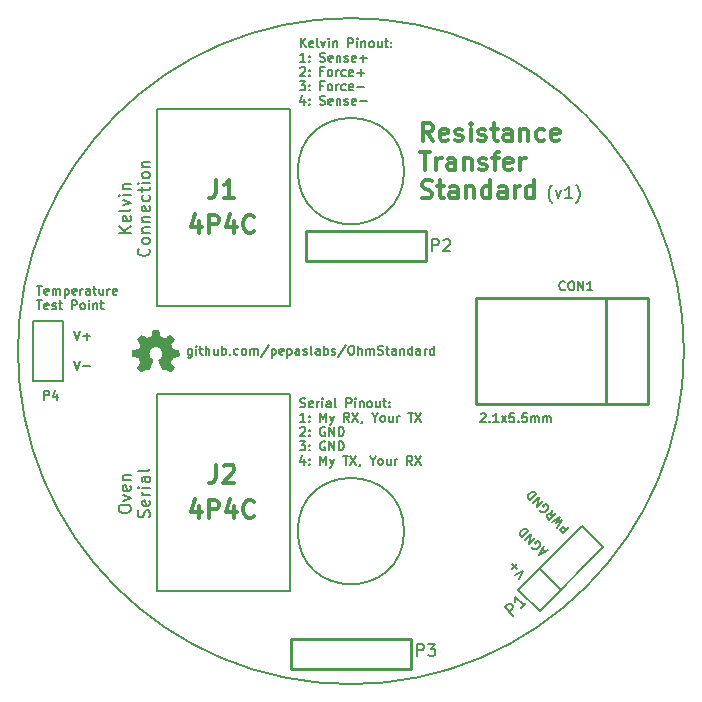
<source format=gto>
G04 (created by PCBNEW (2013-07-07 BZR 4022)-stable) date 6/5/2014 11:35:09 PM*
%MOIN*%
G04 Gerber Fmt 3.4, Leading zero omitted, Abs format*
%FSLAX34Y34*%
G01*
G70*
G90*
G04 APERTURE LIST*
%ADD10C,0.00590551*%
%ADD11C,0.006*%
%ADD12C,0.008*%
%ADD13C,0.012*%
%ADD14C,0.00787402*%
%ADD15C,0.01*%
%ADD16C,0.0001*%
G04 APERTURE END LIST*
G54D10*
G54D11*
X77778Y-67071D02*
X77878Y-67371D01*
X77978Y-67071D01*
X78078Y-67257D02*
X78307Y-67257D01*
X77778Y-66071D02*
X77878Y-66371D01*
X77978Y-66071D01*
X78078Y-66257D02*
X78307Y-66257D01*
X78192Y-66371D02*
X78192Y-66142D01*
X76528Y-64571D02*
X76700Y-64571D01*
X76614Y-64871D02*
X76614Y-64571D01*
X76914Y-64857D02*
X76885Y-64871D01*
X76828Y-64871D01*
X76800Y-64857D01*
X76785Y-64828D01*
X76785Y-64714D01*
X76800Y-64685D01*
X76828Y-64671D01*
X76885Y-64671D01*
X76914Y-64685D01*
X76928Y-64714D01*
X76928Y-64742D01*
X76785Y-64771D01*
X77057Y-64871D02*
X77057Y-64671D01*
X77057Y-64700D02*
X77071Y-64685D01*
X77100Y-64671D01*
X77142Y-64671D01*
X77171Y-64685D01*
X77185Y-64714D01*
X77185Y-64871D01*
X77185Y-64714D02*
X77200Y-64685D01*
X77228Y-64671D01*
X77271Y-64671D01*
X77300Y-64685D01*
X77314Y-64714D01*
X77314Y-64871D01*
X77457Y-64671D02*
X77457Y-64971D01*
X77457Y-64685D02*
X77485Y-64671D01*
X77542Y-64671D01*
X77571Y-64685D01*
X77585Y-64700D01*
X77600Y-64728D01*
X77600Y-64814D01*
X77585Y-64842D01*
X77571Y-64857D01*
X77542Y-64871D01*
X77485Y-64871D01*
X77457Y-64857D01*
X77842Y-64857D02*
X77814Y-64871D01*
X77757Y-64871D01*
X77728Y-64857D01*
X77714Y-64828D01*
X77714Y-64714D01*
X77728Y-64685D01*
X77757Y-64671D01*
X77814Y-64671D01*
X77842Y-64685D01*
X77857Y-64714D01*
X77857Y-64742D01*
X77714Y-64771D01*
X77985Y-64871D02*
X77985Y-64671D01*
X77985Y-64728D02*
X78000Y-64700D01*
X78014Y-64685D01*
X78042Y-64671D01*
X78071Y-64671D01*
X78300Y-64871D02*
X78300Y-64714D01*
X78285Y-64685D01*
X78257Y-64671D01*
X78200Y-64671D01*
X78171Y-64685D01*
X78300Y-64857D02*
X78271Y-64871D01*
X78200Y-64871D01*
X78171Y-64857D01*
X78157Y-64828D01*
X78157Y-64800D01*
X78171Y-64771D01*
X78200Y-64757D01*
X78271Y-64757D01*
X78300Y-64742D01*
X78400Y-64671D02*
X78514Y-64671D01*
X78442Y-64571D02*
X78442Y-64828D01*
X78457Y-64857D01*
X78485Y-64871D01*
X78514Y-64871D01*
X78742Y-64671D02*
X78742Y-64871D01*
X78614Y-64671D02*
X78614Y-64828D01*
X78628Y-64857D01*
X78657Y-64871D01*
X78700Y-64871D01*
X78728Y-64857D01*
X78742Y-64842D01*
X78885Y-64871D02*
X78885Y-64671D01*
X78885Y-64728D02*
X78900Y-64700D01*
X78914Y-64685D01*
X78942Y-64671D01*
X78971Y-64671D01*
X79185Y-64857D02*
X79157Y-64871D01*
X79100Y-64871D01*
X79071Y-64857D01*
X79057Y-64828D01*
X79057Y-64714D01*
X79071Y-64685D01*
X79100Y-64671D01*
X79157Y-64671D01*
X79185Y-64685D01*
X79200Y-64714D01*
X79200Y-64742D01*
X79057Y-64771D01*
X76528Y-65051D02*
X76700Y-65051D01*
X76614Y-65351D02*
X76614Y-65051D01*
X76914Y-65337D02*
X76885Y-65351D01*
X76828Y-65351D01*
X76800Y-65337D01*
X76785Y-65308D01*
X76785Y-65194D01*
X76800Y-65165D01*
X76828Y-65151D01*
X76885Y-65151D01*
X76914Y-65165D01*
X76928Y-65194D01*
X76928Y-65222D01*
X76785Y-65251D01*
X77042Y-65337D02*
X77071Y-65351D01*
X77128Y-65351D01*
X77157Y-65337D01*
X77171Y-65308D01*
X77171Y-65294D01*
X77157Y-65265D01*
X77128Y-65251D01*
X77085Y-65251D01*
X77057Y-65237D01*
X77042Y-65208D01*
X77042Y-65194D01*
X77057Y-65165D01*
X77085Y-65151D01*
X77128Y-65151D01*
X77157Y-65165D01*
X77257Y-65151D02*
X77371Y-65151D01*
X77300Y-65051D02*
X77300Y-65308D01*
X77314Y-65337D01*
X77342Y-65351D01*
X77371Y-65351D01*
X77700Y-65351D02*
X77700Y-65051D01*
X77814Y-65051D01*
X77842Y-65065D01*
X77857Y-65080D01*
X77871Y-65108D01*
X77871Y-65151D01*
X77857Y-65180D01*
X77842Y-65194D01*
X77814Y-65208D01*
X77700Y-65208D01*
X78042Y-65351D02*
X78014Y-65337D01*
X78000Y-65322D01*
X77985Y-65294D01*
X77985Y-65208D01*
X78000Y-65180D01*
X78014Y-65165D01*
X78042Y-65151D01*
X78085Y-65151D01*
X78114Y-65165D01*
X78128Y-65180D01*
X78142Y-65208D01*
X78142Y-65294D01*
X78128Y-65322D01*
X78114Y-65337D01*
X78085Y-65351D01*
X78042Y-65351D01*
X78271Y-65351D02*
X78271Y-65151D01*
X78271Y-65051D02*
X78257Y-65065D01*
X78271Y-65080D01*
X78285Y-65065D01*
X78271Y-65051D01*
X78271Y-65080D01*
X78414Y-65151D02*
X78414Y-65351D01*
X78414Y-65180D02*
X78428Y-65165D01*
X78457Y-65151D01*
X78500Y-65151D01*
X78528Y-65165D01*
X78542Y-65194D01*
X78542Y-65351D01*
X78642Y-65151D02*
X78757Y-65151D01*
X78685Y-65051D02*
X78685Y-65308D01*
X78700Y-65337D01*
X78728Y-65351D01*
X78757Y-65351D01*
G54D12*
X93709Y-61814D02*
X93690Y-61795D01*
X93652Y-61738D01*
X93633Y-61700D01*
X93614Y-61642D01*
X93595Y-61547D01*
X93595Y-61471D01*
X93614Y-61376D01*
X93633Y-61319D01*
X93652Y-61280D01*
X93690Y-61223D01*
X93709Y-61204D01*
X93823Y-61395D02*
X93919Y-61661D01*
X94014Y-61395D01*
X94376Y-61661D02*
X94147Y-61661D01*
X94261Y-61661D02*
X94261Y-61261D01*
X94223Y-61319D01*
X94185Y-61357D01*
X94147Y-61376D01*
X94509Y-61814D02*
X94528Y-61795D01*
X94566Y-61738D01*
X94585Y-61700D01*
X94604Y-61642D01*
X94623Y-61547D01*
X94623Y-61471D01*
X94604Y-61376D01*
X94585Y-61319D01*
X94566Y-61280D01*
X94528Y-61223D01*
X94509Y-61204D01*
G54D11*
X94285Y-72613D02*
X94073Y-72825D01*
X93992Y-72744D01*
X93982Y-72714D01*
X93982Y-72694D01*
X93992Y-72664D01*
X94022Y-72633D01*
X94053Y-72623D01*
X94073Y-72623D01*
X94103Y-72633D01*
X94184Y-72714D01*
X93881Y-72633D02*
X94042Y-72371D01*
X93850Y-72482D01*
X93962Y-72290D01*
X93699Y-72452D01*
X93709Y-72037D02*
X93679Y-72209D01*
X93830Y-72159D02*
X93618Y-72371D01*
X93537Y-72290D01*
X93527Y-72260D01*
X93527Y-72239D01*
X93537Y-72209D01*
X93568Y-72179D01*
X93598Y-72169D01*
X93618Y-72169D01*
X93648Y-72179D01*
X93729Y-72260D01*
X93305Y-72037D02*
X93315Y-72068D01*
X93345Y-72098D01*
X93386Y-72118D01*
X93426Y-72118D01*
X93457Y-72108D01*
X93507Y-72078D01*
X93537Y-72047D01*
X93568Y-71997D01*
X93578Y-71967D01*
X93578Y-71926D01*
X93558Y-71886D01*
X93537Y-71866D01*
X93497Y-71845D01*
X93477Y-71845D01*
X93406Y-71916D01*
X93446Y-71957D01*
X93406Y-71734D02*
X93194Y-71946D01*
X93285Y-71613D01*
X93073Y-71825D01*
X93184Y-71512D02*
X92972Y-71724D01*
X92921Y-71674D01*
X92901Y-71633D01*
X92901Y-71593D01*
X92911Y-71563D01*
X92941Y-71512D01*
X92972Y-71482D01*
X93022Y-71451D01*
X93052Y-71441D01*
X93093Y-71441D01*
X93133Y-71462D01*
X93184Y-71512D01*
X93484Y-73434D02*
X93383Y-73333D01*
X93565Y-73393D02*
X93282Y-73535D01*
X93424Y-73252D01*
X93040Y-73272D02*
X93050Y-73303D01*
X93080Y-73333D01*
X93121Y-73353D01*
X93161Y-73353D01*
X93191Y-73343D01*
X93242Y-73313D01*
X93272Y-73282D01*
X93303Y-73232D01*
X93313Y-73202D01*
X93313Y-73161D01*
X93292Y-73121D01*
X93272Y-73100D01*
X93232Y-73080D01*
X93212Y-73080D01*
X93141Y-73151D01*
X93181Y-73191D01*
X93141Y-72969D02*
X92929Y-73181D01*
X93020Y-72848D01*
X92808Y-73060D01*
X92919Y-72747D02*
X92707Y-72959D01*
X92656Y-72909D01*
X92636Y-72868D01*
X92636Y-72828D01*
X92646Y-72797D01*
X92676Y-72747D01*
X92707Y-72717D01*
X92757Y-72686D01*
X92787Y-72676D01*
X92828Y-72676D01*
X92868Y-72696D01*
X92919Y-72747D01*
X92603Y-74356D02*
X92744Y-74073D01*
X92462Y-74214D01*
X92522Y-74012D02*
X92361Y-73850D01*
X92522Y-73850D02*
X92361Y-74012D01*
G54D12*
X79261Y-72042D02*
X79261Y-71966D01*
X79280Y-71928D01*
X79319Y-71890D01*
X79395Y-71871D01*
X79528Y-71871D01*
X79604Y-71890D01*
X79642Y-71928D01*
X79661Y-71966D01*
X79661Y-72042D01*
X79642Y-72080D01*
X79604Y-72119D01*
X79528Y-72138D01*
X79395Y-72138D01*
X79319Y-72119D01*
X79280Y-72080D01*
X79261Y-72042D01*
X79395Y-71738D02*
X79661Y-71642D01*
X79395Y-71547D01*
X79642Y-71242D02*
X79661Y-71280D01*
X79661Y-71357D01*
X79642Y-71395D01*
X79604Y-71414D01*
X79452Y-71414D01*
X79414Y-71395D01*
X79395Y-71357D01*
X79395Y-71280D01*
X79414Y-71242D01*
X79452Y-71223D01*
X79490Y-71223D01*
X79528Y-71414D01*
X79395Y-71052D02*
X79661Y-71052D01*
X79433Y-71052D02*
X79414Y-71033D01*
X79395Y-70995D01*
X79395Y-70938D01*
X79414Y-70900D01*
X79452Y-70880D01*
X79661Y-70880D01*
X80282Y-72290D02*
X80301Y-72233D01*
X80301Y-72138D01*
X80282Y-72100D01*
X80263Y-72080D01*
X80225Y-72061D01*
X80187Y-72061D01*
X80149Y-72080D01*
X80130Y-72100D01*
X80111Y-72138D01*
X80092Y-72214D01*
X80073Y-72252D01*
X80054Y-72271D01*
X80016Y-72290D01*
X79978Y-72290D01*
X79940Y-72271D01*
X79920Y-72252D01*
X79901Y-72214D01*
X79901Y-72119D01*
X79920Y-72061D01*
X80282Y-71738D02*
X80301Y-71776D01*
X80301Y-71852D01*
X80282Y-71890D01*
X80244Y-71909D01*
X80092Y-71909D01*
X80054Y-71890D01*
X80035Y-71852D01*
X80035Y-71776D01*
X80054Y-71738D01*
X80092Y-71719D01*
X80130Y-71719D01*
X80168Y-71909D01*
X80301Y-71547D02*
X80035Y-71547D01*
X80111Y-71547D02*
X80073Y-71528D01*
X80054Y-71509D01*
X80035Y-71471D01*
X80035Y-71433D01*
X80301Y-71300D02*
X80035Y-71300D01*
X79901Y-71300D02*
X79920Y-71319D01*
X79940Y-71300D01*
X79920Y-71280D01*
X79901Y-71300D01*
X79940Y-71300D01*
X80301Y-70938D02*
X80092Y-70938D01*
X80054Y-70957D01*
X80035Y-70995D01*
X80035Y-71071D01*
X80054Y-71109D01*
X80282Y-70938D02*
X80301Y-70976D01*
X80301Y-71071D01*
X80282Y-71109D01*
X80244Y-71128D01*
X80206Y-71128D01*
X80168Y-71109D01*
X80149Y-71071D01*
X80149Y-70976D01*
X80130Y-70938D01*
X80301Y-70690D02*
X80282Y-70728D01*
X80244Y-70747D01*
X79901Y-70747D01*
X79661Y-62809D02*
X79261Y-62809D01*
X79661Y-62580D02*
X79433Y-62752D01*
X79261Y-62580D02*
X79490Y-62809D01*
X79642Y-62257D02*
X79661Y-62295D01*
X79661Y-62371D01*
X79642Y-62409D01*
X79604Y-62428D01*
X79452Y-62428D01*
X79414Y-62409D01*
X79395Y-62371D01*
X79395Y-62295D01*
X79414Y-62257D01*
X79452Y-62238D01*
X79490Y-62238D01*
X79528Y-62428D01*
X79661Y-62009D02*
X79642Y-62047D01*
X79604Y-62066D01*
X79261Y-62066D01*
X79395Y-61895D02*
X79661Y-61800D01*
X79395Y-61704D01*
X79661Y-61552D02*
X79395Y-61552D01*
X79261Y-61552D02*
X79280Y-61571D01*
X79300Y-61552D01*
X79280Y-61533D01*
X79261Y-61552D01*
X79300Y-61552D01*
X79395Y-61361D02*
X79661Y-61361D01*
X79433Y-61361D02*
X79414Y-61342D01*
X79395Y-61304D01*
X79395Y-61247D01*
X79414Y-61209D01*
X79452Y-61190D01*
X79661Y-61190D01*
X80263Y-63333D02*
X80282Y-63352D01*
X80301Y-63409D01*
X80301Y-63447D01*
X80282Y-63504D01*
X80244Y-63542D01*
X80206Y-63561D01*
X80130Y-63580D01*
X80073Y-63580D01*
X79997Y-63561D01*
X79959Y-63542D01*
X79920Y-63504D01*
X79901Y-63447D01*
X79901Y-63409D01*
X79920Y-63352D01*
X79940Y-63333D01*
X80301Y-63104D02*
X80282Y-63142D01*
X80263Y-63161D01*
X80225Y-63180D01*
X80111Y-63180D01*
X80073Y-63161D01*
X80054Y-63142D01*
X80035Y-63104D01*
X80035Y-63047D01*
X80054Y-63009D01*
X80073Y-62990D01*
X80111Y-62971D01*
X80225Y-62971D01*
X80263Y-62990D01*
X80282Y-63009D01*
X80301Y-63047D01*
X80301Y-63104D01*
X80035Y-62799D02*
X80301Y-62799D01*
X80073Y-62799D02*
X80054Y-62780D01*
X80035Y-62742D01*
X80035Y-62685D01*
X80054Y-62647D01*
X80092Y-62628D01*
X80301Y-62628D01*
X80035Y-62438D02*
X80301Y-62438D01*
X80073Y-62438D02*
X80054Y-62419D01*
X80035Y-62380D01*
X80035Y-62323D01*
X80054Y-62285D01*
X80092Y-62266D01*
X80301Y-62266D01*
X80282Y-61923D02*
X80301Y-61961D01*
X80301Y-62038D01*
X80282Y-62076D01*
X80244Y-62095D01*
X80092Y-62095D01*
X80054Y-62076D01*
X80035Y-62038D01*
X80035Y-61961D01*
X80054Y-61923D01*
X80092Y-61904D01*
X80130Y-61904D01*
X80168Y-62095D01*
X80282Y-61561D02*
X80301Y-61600D01*
X80301Y-61676D01*
X80282Y-61714D01*
X80263Y-61733D01*
X80225Y-61752D01*
X80111Y-61752D01*
X80073Y-61733D01*
X80054Y-61714D01*
X80035Y-61676D01*
X80035Y-61600D01*
X80054Y-61561D01*
X80035Y-61447D02*
X80035Y-61295D01*
X79901Y-61390D02*
X80244Y-61390D01*
X80282Y-61371D01*
X80301Y-61333D01*
X80301Y-61295D01*
X80301Y-61161D02*
X80035Y-61161D01*
X79901Y-61161D02*
X79920Y-61180D01*
X79940Y-61161D01*
X79920Y-61142D01*
X79901Y-61161D01*
X79940Y-61161D01*
X80301Y-60914D02*
X80282Y-60952D01*
X80263Y-60971D01*
X80225Y-60990D01*
X80111Y-60990D01*
X80073Y-60971D01*
X80054Y-60952D01*
X80035Y-60914D01*
X80035Y-60857D01*
X80054Y-60819D01*
X80073Y-60800D01*
X80111Y-60780D01*
X80225Y-60780D01*
X80263Y-60800D01*
X80282Y-60819D01*
X80301Y-60857D01*
X80301Y-60914D01*
X80035Y-60609D02*
X80301Y-60609D01*
X80073Y-60609D02*
X80054Y-60590D01*
X80035Y-60552D01*
X80035Y-60495D01*
X80054Y-60457D01*
X80092Y-60438D01*
X80301Y-60438D01*
G54D11*
X81700Y-66671D02*
X81700Y-66914D01*
X81685Y-66942D01*
X81671Y-66957D01*
X81642Y-66971D01*
X81600Y-66971D01*
X81571Y-66957D01*
X81700Y-66857D02*
X81671Y-66871D01*
X81614Y-66871D01*
X81585Y-66857D01*
X81571Y-66842D01*
X81557Y-66814D01*
X81557Y-66728D01*
X81571Y-66700D01*
X81585Y-66685D01*
X81614Y-66671D01*
X81671Y-66671D01*
X81700Y-66685D01*
X81842Y-66871D02*
X81842Y-66671D01*
X81842Y-66571D02*
X81828Y-66585D01*
X81842Y-66600D01*
X81857Y-66585D01*
X81842Y-66571D01*
X81842Y-66600D01*
X81942Y-66671D02*
X82057Y-66671D01*
X81985Y-66571D02*
X81985Y-66828D01*
X82000Y-66857D01*
X82028Y-66871D01*
X82057Y-66871D01*
X82157Y-66871D02*
X82157Y-66571D01*
X82285Y-66871D02*
X82285Y-66714D01*
X82271Y-66685D01*
X82242Y-66671D01*
X82200Y-66671D01*
X82171Y-66685D01*
X82157Y-66700D01*
X82557Y-66671D02*
X82557Y-66871D01*
X82428Y-66671D02*
X82428Y-66828D01*
X82442Y-66857D01*
X82471Y-66871D01*
X82514Y-66871D01*
X82542Y-66857D01*
X82557Y-66842D01*
X82700Y-66871D02*
X82700Y-66571D01*
X82700Y-66685D02*
X82728Y-66671D01*
X82785Y-66671D01*
X82814Y-66685D01*
X82828Y-66700D01*
X82842Y-66728D01*
X82842Y-66814D01*
X82828Y-66842D01*
X82814Y-66857D01*
X82785Y-66871D01*
X82728Y-66871D01*
X82700Y-66857D01*
X82971Y-66842D02*
X82985Y-66857D01*
X82971Y-66871D01*
X82957Y-66857D01*
X82971Y-66842D01*
X82971Y-66871D01*
X83242Y-66857D02*
X83214Y-66871D01*
X83157Y-66871D01*
X83128Y-66857D01*
X83114Y-66842D01*
X83100Y-66814D01*
X83100Y-66728D01*
X83114Y-66700D01*
X83128Y-66685D01*
X83157Y-66671D01*
X83214Y-66671D01*
X83242Y-66685D01*
X83414Y-66871D02*
X83385Y-66857D01*
X83371Y-66842D01*
X83357Y-66814D01*
X83357Y-66728D01*
X83371Y-66700D01*
X83385Y-66685D01*
X83414Y-66671D01*
X83457Y-66671D01*
X83485Y-66685D01*
X83500Y-66700D01*
X83514Y-66728D01*
X83514Y-66814D01*
X83500Y-66842D01*
X83485Y-66857D01*
X83457Y-66871D01*
X83414Y-66871D01*
X83642Y-66871D02*
X83642Y-66671D01*
X83642Y-66700D02*
X83657Y-66685D01*
X83685Y-66671D01*
X83728Y-66671D01*
X83757Y-66685D01*
X83771Y-66714D01*
X83771Y-66871D01*
X83771Y-66714D02*
X83785Y-66685D01*
X83814Y-66671D01*
X83857Y-66671D01*
X83885Y-66685D01*
X83900Y-66714D01*
X83900Y-66871D01*
X84257Y-66557D02*
X84000Y-66942D01*
X84357Y-66671D02*
X84357Y-66971D01*
X84357Y-66685D02*
X84385Y-66671D01*
X84442Y-66671D01*
X84471Y-66685D01*
X84485Y-66700D01*
X84500Y-66728D01*
X84500Y-66814D01*
X84485Y-66842D01*
X84471Y-66857D01*
X84442Y-66871D01*
X84385Y-66871D01*
X84357Y-66857D01*
X84742Y-66857D02*
X84714Y-66871D01*
X84657Y-66871D01*
X84628Y-66857D01*
X84614Y-66828D01*
X84614Y-66714D01*
X84628Y-66685D01*
X84657Y-66671D01*
X84714Y-66671D01*
X84742Y-66685D01*
X84757Y-66714D01*
X84757Y-66742D01*
X84614Y-66771D01*
X84885Y-66671D02*
X84885Y-66971D01*
X84885Y-66685D02*
X84914Y-66671D01*
X84971Y-66671D01*
X85000Y-66685D01*
X85014Y-66700D01*
X85028Y-66728D01*
X85028Y-66814D01*
X85014Y-66842D01*
X85000Y-66857D01*
X84971Y-66871D01*
X84914Y-66871D01*
X84885Y-66857D01*
X85285Y-66871D02*
X85285Y-66714D01*
X85271Y-66685D01*
X85242Y-66671D01*
X85185Y-66671D01*
X85157Y-66685D01*
X85285Y-66857D02*
X85257Y-66871D01*
X85185Y-66871D01*
X85157Y-66857D01*
X85142Y-66828D01*
X85142Y-66800D01*
X85157Y-66771D01*
X85185Y-66757D01*
X85257Y-66757D01*
X85285Y-66742D01*
X85414Y-66857D02*
X85442Y-66871D01*
X85500Y-66871D01*
X85528Y-66857D01*
X85542Y-66828D01*
X85542Y-66814D01*
X85528Y-66785D01*
X85500Y-66771D01*
X85457Y-66771D01*
X85428Y-66757D01*
X85414Y-66728D01*
X85414Y-66714D01*
X85428Y-66685D01*
X85457Y-66671D01*
X85500Y-66671D01*
X85528Y-66685D01*
X85714Y-66871D02*
X85685Y-66857D01*
X85671Y-66828D01*
X85671Y-66571D01*
X85957Y-66871D02*
X85957Y-66714D01*
X85942Y-66685D01*
X85914Y-66671D01*
X85857Y-66671D01*
X85828Y-66685D01*
X85957Y-66857D02*
X85928Y-66871D01*
X85857Y-66871D01*
X85828Y-66857D01*
X85814Y-66828D01*
X85814Y-66800D01*
X85828Y-66771D01*
X85857Y-66757D01*
X85928Y-66757D01*
X85957Y-66742D01*
X86100Y-66871D02*
X86100Y-66571D01*
X86100Y-66685D02*
X86128Y-66671D01*
X86185Y-66671D01*
X86214Y-66685D01*
X86228Y-66700D01*
X86242Y-66728D01*
X86242Y-66814D01*
X86228Y-66842D01*
X86214Y-66857D01*
X86185Y-66871D01*
X86128Y-66871D01*
X86100Y-66857D01*
X86357Y-66857D02*
X86385Y-66871D01*
X86442Y-66871D01*
X86471Y-66857D01*
X86485Y-66828D01*
X86485Y-66814D01*
X86471Y-66785D01*
X86442Y-66771D01*
X86400Y-66771D01*
X86371Y-66757D01*
X86357Y-66728D01*
X86357Y-66714D01*
X86371Y-66685D01*
X86400Y-66671D01*
X86442Y-66671D01*
X86471Y-66685D01*
X86828Y-66557D02*
X86571Y-66942D01*
X86985Y-66571D02*
X87042Y-66571D01*
X87071Y-66585D01*
X87100Y-66614D01*
X87114Y-66671D01*
X87114Y-66771D01*
X87100Y-66828D01*
X87071Y-66857D01*
X87042Y-66871D01*
X86985Y-66871D01*
X86957Y-66857D01*
X86928Y-66828D01*
X86914Y-66771D01*
X86914Y-66671D01*
X86928Y-66614D01*
X86957Y-66585D01*
X86985Y-66571D01*
X87242Y-66871D02*
X87242Y-66571D01*
X87371Y-66871D02*
X87371Y-66714D01*
X87357Y-66685D01*
X87328Y-66671D01*
X87285Y-66671D01*
X87257Y-66685D01*
X87242Y-66700D01*
X87514Y-66871D02*
X87514Y-66671D01*
X87514Y-66700D02*
X87528Y-66685D01*
X87557Y-66671D01*
X87600Y-66671D01*
X87628Y-66685D01*
X87642Y-66714D01*
X87642Y-66871D01*
X87642Y-66714D02*
X87657Y-66685D01*
X87685Y-66671D01*
X87728Y-66671D01*
X87757Y-66685D01*
X87771Y-66714D01*
X87771Y-66871D01*
X87900Y-66857D02*
X87942Y-66871D01*
X88014Y-66871D01*
X88042Y-66857D01*
X88057Y-66842D01*
X88071Y-66814D01*
X88071Y-66785D01*
X88057Y-66757D01*
X88042Y-66742D01*
X88014Y-66728D01*
X87957Y-66714D01*
X87928Y-66700D01*
X87914Y-66685D01*
X87900Y-66657D01*
X87900Y-66628D01*
X87914Y-66600D01*
X87928Y-66585D01*
X87957Y-66571D01*
X88028Y-66571D01*
X88071Y-66585D01*
X88157Y-66671D02*
X88271Y-66671D01*
X88200Y-66571D02*
X88200Y-66828D01*
X88214Y-66857D01*
X88242Y-66871D01*
X88271Y-66871D01*
X88500Y-66871D02*
X88500Y-66714D01*
X88485Y-66685D01*
X88457Y-66671D01*
X88400Y-66671D01*
X88371Y-66685D01*
X88500Y-66857D02*
X88471Y-66871D01*
X88400Y-66871D01*
X88371Y-66857D01*
X88357Y-66828D01*
X88357Y-66800D01*
X88371Y-66771D01*
X88400Y-66757D01*
X88471Y-66757D01*
X88500Y-66742D01*
X88642Y-66671D02*
X88642Y-66871D01*
X88642Y-66700D02*
X88657Y-66685D01*
X88685Y-66671D01*
X88728Y-66671D01*
X88757Y-66685D01*
X88771Y-66714D01*
X88771Y-66871D01*
X89042Y-66871D02*
X89042Y-66571D01*
X89042Y-66857D02*
X89014Y-66871D01*
X88957Y-66871D01*
X88928Y-66857D01*
X88914Y-66842D01*
X88900Y-66814D01*
X88900Y-66728D01*
X88914Y-66700D01*
X88928Y-66685D01*
X88957Y-66671D01*
X89014Y-66671D01*
X89042Y-66685D01*
X89314Y-66871D02*
X89314Y-66714D01*
X89300Y-66685D01*
X89271Y-66671D01*
X89214Y-66671D01*
X89185Y-66685D01*
X89314Y-66857D02*
X89285Y-66871D01*
X89214Y-66871D01*
X89185Y-66857D01*
X89171Y-66828D01*
X89171Y-66800D01*
X89185Y-66771D01*
X89214Y-66757D01*
X89285Y-66757D01*
X89314Y-66742D01*
X89457Y-66871D02*
X89457Y-66671D01*
X89457Y-66728D02*
X89471Y-66700D01*
X89485Y-66685D01*
X89514Y-66671D01*
X89542Y-66671D01*
X89771Y-66871D02*
X89771Y-66571D01*
X89771Y-66857D02*
X89742Y-66871D01*
X89685Y-66871D01*
X89657Y-66857D01*
X89642Y-66842D01*
X89628Y-66814D01*
X89628Y-66728D01*
X89642Y-66700D01*
X89657Y-66685D01*
X89685Y-66671D01*
X89742Y-66671D01*
X89771Y-66685D01*
G54D13*
X89735Y-59742D02*
X89535Y-59457D01*
X89392Y-59742D02*
X89392Y-59142D01*
X89621Y-59142D01*
X89678Y-59171D01*
X89707Y-59200D01*
X89735Y-59257D01*
X89735Y-59342D01*
X89707Y-59400D01*
X89678Y-59428D01*
X89621Y-59457D01*
X89392Y-59457D01*
X90221Y-59714D02*
X90164Y-59742D01*
X90050Y-59742D01*
X89992Y-59714D01*
X89964Y-59657D01*
X89964Y-59428D01*
X89992Y-59371D01*
X90050Y-59342D01*
X90164Y-59342D01*
X90221Y-59371D01*
X90250Y-59428D01*
X90250Y-59485D01*
X89964Y-59542D01*
X90478Y-59714D02*
X90535Y-59742D01*
X90650Y-59742D01*
X90707Y-59714D01*
X90735Y-59657D01*
X90735Y-59628D01*
X90707Y-59571D01*
X90650Y-59542D01*
X90564Y-59542D01*
X90507Y-59514D01*
X90478Y-59457D01*
X90478Y-59428D01*
X90507Y-59371D01*
X90564Y-59342D01*
X90650Y-59342D01*
X90707Y-59371D01*
X90992Y-59742D02*
X90992Y-59342D01*
X90992Y-59142D02*
X90964Y-59171D01*
X90992Y-59200D01*
X91021Y-59171D01*
X90992Y-59142D01*
X90992Y-59200D01*
X91250Y-59714D02*
X91307Y-59742D01*
X91421Y-59742D01*
X91478Y-59714D01*
X91507Y-59657D01*
X91507Y-59628D01*
X91478Y-59571D01*
X91421Y-59542D01*
X91335Y-59542D01*
X91278Y-59514D01*
X91250Y-59457D01*
X91250Y-59428D01*
X91278Y-59371D01*
X91335Y-59342D01*
X91421Y-59342D01*
X91478Y-59371D01*
X91678Y-59342D02*
X91907Y-59342D01*
X91764Y-59142D02*
X91764Y-59657D01*
X91792Y-59714D01*
X91849Y-59742D01*
X91907Y-59742D01*
X92364Y-59742D02*
X92364Y-59428D01*
X92335Y-59371D01*
X92278Y-59342D01*
X92164Y-59342D01*
X92107Y-59371D01*
X92364Y-59714D02*
X92307Y-59742D01*
X92164Y-59742D01*
X92107Y-59714D01*
X92078Y-59657D01*
X92078Y-59600D01*
X92107Y-59542D01*
X92164Y-59514D01*
X92307Y-59514D01*
X92364Y-59485D01*
X92649Y-59342D02*
X92649Y-59742D01*
X92649Y-59400D02*
X92678Y-59371D01*
X92735Y-59342D01*
X92821Y-59342D01*
X92878Y-59371D01*
X92907Y-59428D01*
X92907Y-59742D01*
X93449Y-59714D02*
X93392Y-59742D01*
X93278Y-59742D01*
X93221Y-59714D01*
X93192Y-59685D01*
X93164Y-59628D01*
X93164Y-59457D01*
X93192Y-59400D01*
X93221Y-59371D01*
X93278Y-59342D01*
X93392Y-59342D01*
X93449Y-59371D01*
X93935Y-59714D02*
X93878Y-59742D01*
X93764Y-59742D01*
X93707Y-59714D01*
X93678Y-59657D01*
X93678Y-59428D01*
X93707Y-59371D01*
X93764Y-59342D01*
X93878Y-59342D01*
X93935Y-59371D01*
X93964Y-59428D01*
X93964Y-59485D01*
X93678Y-59542D01*
X89307Y-60102D02*
X89650Y-60102D01*
X89478Y-60702D02*
X89478Y-60102D01*
X89850Y-60702D02*
X89850Y-60302D01*
X89850Y-60417D02*
X89878Y-60360D01*
X89907Y-60331D01*
X89964Y-60302D01*
X90021Y-60302D01*
X90478Y-60702D02*
X90478Y-60388D01*
X90450Y-60331D01*
X90392Y-60302D01*
X90278Y-60302D01*
X90221Y-60331D01*
X90478Y-60674D02*
X90421Y-60702D01*
X90278Y-60702D01*
X90221Y-60674D01*
X90192Y-60617D01*
X90192Y-60560D01*
X90221Y-60502D01*
X90278Y-60474D01*
X90421Y-60474D01*
X90478Y-60445D01*
X90764Y-60302D02*
X90764Y-60702D01*
X90764Y-60360D02*
X90792Y-60331D01*
X90850Y-60302D01*
X90935Y-60302D01*
X90992Y-60331D01*
X91021Y-60388D01*
X91021Y-60702D01*
X91278Y-60674D02*
X91335Y-60702D01*
X91450Y-60702D01*
X91507Y-60674D01*
X91535Y-60617D01*
X91535Y-60588D01*
X91507Y-60531D01*
X91450Y-60502D01*
X91364Y-60502D01*
X91307Y-60474D01*
X91278Y-60417D01*
X91278Y-60388D01*
X91307Y-60331D01*
X91364Y-60302D01*
X91450Y-60302D01*
X91507Y-60331D01*
X91707Y-60302D02*
X91935Y-60302D01*
X91792Y-60702D02*
X91792Y-60188D01*
X91821Y-60131D01*
X91878Y-60102D01*
X91935Y-60102D01*
X92364Y-60674D02*
X92307Y-60702D01*
X92192Y-60702D01*
X92135Y-60674D01*
X92107Y-60617D01*
X92107Y-60388D01*
X92135Y-60331D01*
X92192Y-60302D01*
X92307Y-60302D01*
X92364Y-60331D01*
X92392Y-60388D01*
X92392Y-60445D01*
X92107Y-60502D01*
X92650Y-60702D02*
X92650Y-60302D01*
X92650Y-60417D02*
X92678Y-60360D01*
X92707Y-60331D01*
X92764Y-60302D01*
X92821Y-60302D01*
X89364Y-61634D02*
X89450Y-61662D01*
X89592Y-61662D01*
X89650Y-61634D01*
X89678Y-61605D01*
X89707Y-61548D01*
X89707Y-61491D01*
X89678Y-61434D01*
X89650Y-61405D01*
X89592Y-61377D01*
X89478Y-61348D01*
X89421Y-61320D01*
X89392Y-61291D01*
X89364Y-61234D01*
X89364Y-61177D01*
X89392Y-61120D01*
X89421Y-61091D01*
X89478Y-61062D01*
X89621Y-61062D01*
X89707Y-61091D01*
X89878Y-61262D02*
X90107Y-61262D01*
X89964Y-61062D02*
X89964Y-61577D01*
X89992Y-61634D01*
X90050Y-61662D01*
X90107Y-61662D01*
X90564Y-61662D02*
X90564Y-61348D01*
X90535Y-61291D01*
X90478Y-61262D01*
X90364Y-61262D01*
X90307Y-61291D01*
X90564Y-61634D02*
X90507Y-61662D01*
X90364Y-61662D01*
X90307Y-61634D01*
X90278Y-61577D01*
X90278Y-61520D01*
X90307Y-61462D01*
X90364Y-61434D01*
X90507Y-61434D01*
X90564Y-61405D01*
X90850Y-61262D02*
X90850Y-61662D01*
X90850Y-61320D02*
X90878Y-61291D01*
X90935Y-61262D01*
X91021Y-61262D01*
X91078Y-61291D01*
X91107Y-61348D01*
X91107Y-61662D01*
X91650Y-61662D02*
X91650Y-61062D01*
X91650Y-61634D02*
X91592Y-61662D01*
X91478Y-61662D01*
X91421Y-61634D01*
X91392Y-61605D01*
X91364Y-61548D01*
X91364Y-61377D01*
X91392Y-61320D01*
X91421Y-61291D01*
X91478Y-61262D01*
X91592Y-61262D01*
X91650Y-61291D01*
X92192Y-61662D02*
X92192Y-61348D01*
X92164Y-61291D01*
X92107Y-61262D01*
X91992Y-61262D01*
X91935Y-61291D01*
X92192Y-61634D02*
X92135Y-61662D01*
X91992Y-61662D01*
X91935Y-61634D01*
X91907Y-61577D01*
X91907Y-61520D01*
X91935Y-61462D01*
X91992Y-61434D01*
X92135Y-61434D01*
X92192Y-61405D01*
X92478Y-61662D02*
X92478Y-61262D01*
X92478Y-61377D02*
X92507Y-61320D01*
X92535Y-61291D01*
X92592Y-61262D01*
X92650Y-61262D01*
X93107Y-61662D02*
X93107Y-61062D01*
X93107Y-61634D02*
X93050Y-61662D01*
X92935Y-61662D01*
X92878Y-61634D01*
X92850Y-61605D01*
X92821Y-61548D01*
X92821Y-61377D01*
X92850Y-61320D01*
X92878Y-61291D01*
X92935Y-61262D01*
X93050Y-61262D01*
X93107Y-61291D01*
G54D11*
X85307Y-68607D02*
X85350Y-68621D01*
X85421Y-68621D01*
X85450Y-68607D01*
X85464Y-68592D01*
X85478Y-68564D01*
X85478Y-68535D01*
X85464Y-68507D01*
X85450Y-68492D01*
X85421Y-68478D01*
X85364Y-68464D01*
X85335Y-68450D01*
X85321Y-68435D01*
X85307Y-68407D01*
X85307Y-68378D01*
X85321Y-68350D01*
X85335Y-68335D01*
X85364Y-68321D01*
X85435Y-68321D01*
X85478Y-68335D01*
X85721Y-68607D02*
X85692Y-68621D01*
X85635Y-68621D01*
X85607Y-68607D01*
X85592Y-68578D01*
X85592Y-68464D01*
X85607Y-68435D01*
X85635Y-68421D01*
X85692Y-68421D01*
X85721Y-68435D01*
X85735Y-68464D01*
X85735Y-68492D01*
X85592Y-68521D01*
X85864Y-68621D02*
X85864Y-68421D01*
X85864Y-68478D02*
X85878Y-68450D01*
X85892Y-68435D01*
X85921Y-68421D01*
X85950Y-68421D01*
X86050Y-68621D02*
X86050Y-68421D01*
X86050Y-68321D02*
X86035Y-68335D01*
X86050Y-68350D01*
X86064Y-68335D01*
X86050Y-68321D01*
X86050Y-68350D01*
X86321Y-68621D02*
X86321Y-68464D01*
X86307Y-68435D01*
X86278Y-68421D01*
X86221Y-68421D01*
X86192Y-68435D01*
X86321Y-68607D02*
X86292Y-68621D01*
X86221Y-68621D01*
X86192Y-68607D01*
X86178Y-68578D01*
X86178Y-68550D01*
X86192Y-68521D01*
X86221Y-68507D01*
X86292Y-68507D01*
X86321Y-68492D01*
X86507Y-68621D02*
X86478Y-68607D01*
X86464Y-68578D01*
X86464Y-68321D01*
X86850Y-68621D02*
X86850Y-68321D01*
X86964Y-68321D01*
X86992Y-68335D01*
X87007Y-68350D01*
X87021Y-68378D01*
X87021Y-68421D01*
X87007Y-68450D01*
X86992Y-68464D01*
X86964Y-68478D01*
X86850Y-68478D01*
X87150Y-68621D02*
X87150Y-68421D01*
X87150Y-68321D02*
X87135Y-68335D01*
X87150Y-68350D01*
X87164Y-68335D01*
X87150Y-68321D01*
X87150Y-68350D01*
X87292Y-68421D02*
X87292Y-68621D01*
X87292Y-68450D02*
X87307Y-68435D01*
X87335Y-68421D01*
X87378Y-68421D01*
X87407Y-68435D01*
X87421Y-68464D01*
X87421Y-68621D01*
X87607Y-68621D02*
X87578Y-68607D01*
X87564Y-68592D01*
X87550Y-68564D01*
X87550Y-68478D01*
X87564Y-68450D01*
X87578Y-68435D01*
X87607Y-68421D01*
X87650Y-68421D01*
X87678Y-68435D01*
X87692Y-68450D01*
X87707Y-68478D01*
X87707Y-68564D01*
X87692Y-68592D01*
X87678Y-68607D01*
X87650Y-68621D01*
X87607Y-68621D01*
X87964Y-68421D02*
X87964Y-68621D01*
X87835Y-68421D02*
X87835Y-68578D01*
X87850Y-68607D01*
X87878Y-68621D01*
X87921Y-68621D01*
X87950Y-68607D01*
X87964Y-68592D01*
X88064Y-68421D02*
X88178Y-68421D01*
X88107Y-68321D02*
X88107Y-68578D01*
X88121Y-68607D01*
X88150Y-68621D01*
X88178Y-68621D01*
X88278Y-68592D02*
X88292Y-68607D01*
X88278Y-68621D01*
X88264Y-68607D01*
X88278Y-68592D01*
X88278Y-68621D01*
X88278Y-68435D02*
X88292Y-68450D01*
X88278Y-68464D01*
X88264Y-68450D01*
X88278Y-68435D01*
X88278Y-68464D01*
X85478Y-69101D02*
X85307Y-69101D01*
X85392Y-69101D02*
X85392Y-68801D01*
X85364Y-68844D01*
X85335Y-68872D01*
X85307Y-68887D01*
X85607Y-69072D02*
X85621Y-69087D01*
X85607Y-69101D01*
X85592Y-69087D01*
X85607Y-69072D01*
X85607Y-69101D01*
X85607Y-68915D02*
X85621Y-68930D01*
X85607Y-68944D01*
X85592Y-68930D01*
X85607Y-68915D01*
X85607Y-68944D01*
X85978Y-69101D02*
X85978Y-68801D01*
X86078Y-69015D01*
X86178Y-68801D01*
X86178Y-69101D01*
X86292Y-68901D02*
X86364Y-69101D01*
X86435Y-68901D02*
X86364Y-69101D01*
X86335Y-69172D01*
X86321Y-69187D01*
X86292Y-69201D01*
X86949Y-69101D02*
X86849Y-68958D01*
X86778Y-69101D02*
X86778Y-68801D01*
X86892Y-68801D01*
X86921Y-68815D01*
X86935Y-68830D01*
X86949Y-68858D01*
X86949Y-68901D01*
X86935Y-68930D01*
X86921Y-68944D01*
X86892Y-68958D01*
X86778Y-68958D01*
X87049Y-68801D02*
X87249Y-69101D01*
X87249Y-68801D02*
X87049Y-69101D01*
X87378Y-69087D02*
X87378Y-69101D01*
X87364Y-69130D01*
X87349Y-69144D01*
X87792Y-68958D02*
X87792Y-69101D01*
X87692Y-68801D02*
X87792Y-68958D01*
X87892Y-68801D01*
X88035Y-69101D02*
X88007Y-69087D01*
X87992Y-69072D01*
X87978Y-69044D01*
X87978Y-68958D01*
X87992Y-68930D01*
X88007Y-68915D01*
X88035Y-68901D01*
X88078Y-68901D01*
X88107Y-68915D01*
X88121Y-68930D01*
X88135Y-68958D01*
X88135Y-69044D01*
X88121Y-69072D01*
X88107Y-69087D01*
X88078Y-69101D01*
X88035Y-69101D01*
X88392Y-68901D02*
X88392Y-69101D01*
X88264Y-68901D02*
X88264Y-69058D01*
X88278Y-69087D01*
X88307Y-69101D01*
X88349Y-69101D01*
X88378Y-69087D01*
X88392Y-69072D01*
X88535Y-69101D02*
X88535Y-68901D01*
X88535Y-68958D02*
X88549Y-68930D01*
X88564Y-68915D01*
X88592Y-68901D01*
X88621Y-68901D01*
X88907Y-68801D02*
X89078Y-68801D01*
X88992Y-69101D02*
X88992Y-68801D01*
X89149Y-68801D02*
X89349Y-69101D01*
X89349Y-68801D02*
X89149Y-69101D01*
X85307Y-69310D02*
X85321Y-69295D01*
X85350Y-69281D01*
X85421Y-69281D01*
X85450Y-69295D01*
X85464Y-69310D01*
X85478Y-69338D01*
X85478Y-69367D01*
X85464Y-69410D01*
X85292Y-69581D01*
X85478Y-69581D01*
X85607Y-69552D02*
X85621Y-69567D01*
X85607Y-69581D01*
X85592Y-69567D01*
X85607Y-69552D01*
X85607Y-69581D01*
X85607Y-69395D02*
X85621Y-69410D01*
X85607Y-69424D01*
X85592Y-69410D01*
X85607Y-69395D01*
X85607Y-69424D01*
X86135Y-69295D02*
X86107Y-69281D01*
X86064Y-69281D01*
X86021Y-69295D01*
X85992Y-69324D01*
X85978Y-69352D01*
X85964Y-69410D01*
X85964Y-69452D01*
X85978Y-69510D01*
X85992Y-69538D01*
X86021Y-69567D01*
X86064Y-69581D01*
X86092Y-69581D01*
X86135Y-69567D01*
X86149Y-69552D01*
X86149Y-69452D01*
X86092Y-69452D01*
X86278Y-69581D02*
X86278Y-69281D01*
X86449Y-69581D01*
X86449Y-69281D01*
X86592Y-69581D02*
X86592Y-69281D01*
X86664Y-69281D01*
X86707Y-69295D01*
X86735Y-69324D01*
X86749Y-69352D01*
X86764Y-69410D01*
X86764Y-69452D01*
X86749Y-69510D01*
X86735Y-69538D01*
X86707Y-69567D01*
X86664Y-69581D01*
X86592Y-69581D01*
X85292Y-69761D02*
X85478Y-69761D01*
X85378Y-69875D01*
X85421Y-69875D01*
X85450Y-69890D01*
X85464Y-69904D01*
X85478Y-69932D01*
X85478Y-70004D01*
X85464Y-70032D01*
X85450Y-70047D01*
X85421Y-70061D01*
X85335Y-70061D01*
X85307Y-70047D01*
X85292Y-70032D01*
X85607Y-70032D02*
X85621Y-70047D01*
X85607Y-70061D01*
X85592Y-70047D01*
X85607Y-70032D01*
X85607Y-70061D01*
X85607Y-69875D02*
X85621Y-69890D01*
X85607Y-69904D01*
X85592Y-69890D01*
X85607Y-69875D01*
X85607Y-69904D01*
X86135Y-69775D02*
X86107Y-69761D01*
X86064Y-69761D01*
X86021Y-69775D01*
X85992Y-69804D01*
X85978Y-69832D01*
X85964Y-69890D01*
X85964Y-69932D01*
X85978Y-69990D01*
X85992Y-70018D01*
X86021Y-70047D01*
X86064Y-70061D01*
X86092Y-70061D01*
X86135Y-70047D01*
X86149Y-70032D01*
X86149Y-69932D01*
X86092Y-69932D01*
X86278Y-70061D02*
X86278Y-69761D01*
X86449Y-70061D01*
X86449Y-69761D01*
X86592Y-70061D02*
X86592Y-69761D01*
X86664Y-69761D01*
X86707Y-69775D01*
X86735Y-69804D01*
X86749Y-69832D01*
X86764Y-69890D01*
X86764Y-69932D01*
X86749Y-69990D01*
X86735Y-70018D01*
X86707Y-70047D01*
X86664Y-70061D01*
X86592Y-70061D01*
X85450Y-70341D02*
X85450Y-70541D01*
X85378Y-70227D02*
X85307Y-70441D01*
X85492Y-70441D01*
X85607Y-70512D02*
X85621Y-70527D01*
X85607Y-70541D01*
X85592Y-70527D01*
X85607Y-70512D01*
X85607Y-70541D01*
X85607Y-70355D02*
X85621Y-70370D01*
X85607Y-70384D01*
X85592Y-70370D01*
X85607Y-70355D01*
X85607Y-70384D01*
X85978Y-70541D02*
X85978Y-70241D01*
X86078Y-70455D01*
X86178Y-70241D01*
X86178Y-70541D01*
X86292Y-70341D02*
X86364Y-70541D01*
X86435Y-70341D02*
X86364Y-70541D01*
X86335Y-70612D01*
X86321Y-70627D01*
X86292Y-70641D01*
X86735Y-70241D02*
X86907Y-70241D01*
X86821Y-70541D02*
X86821Y-70241D01*
X86978Y-70241D02*
X87178Y-70541D01*
X87178Y-70241D02*
X86978Y-70541D01*
X87307Y-70527D02*
X87307Y-70541D01*
X87292Y-70570D01*
X87278Y-70584D01*
X87721Y-70398D02*
X87721Y-70541D01*
X87621Y-70241D02*
X87721Y-70398D01*
X87821Y-70241D01*
X87964Y-70541D02*
X87935Y-70527D01*
X87921Y-70512D01*
X87907Y-70484D01*
X87907Y-70398D01*
X87921Y-70370D01*
X87935Y-70355D01*
X87964Y-70341D01*
X88007Y-70341D01*
X88035Y-70355D01*
X88049Y-70370D01*
X88064Y-70398D01*
X88064Y-70484D01*
X88049Y-70512D01*
X88035Y-70527D01*
X88007Y-70541D01*
X87964Y-70541D01*
X88321Y-70341D02*
X88321Y-70541D01*
X88192Y-70341D02*
X88192Y-70498D01*
X88207Y-70527D01*
X88235Y-70541D01*
X88278Y-70541D01*
X88307Y-70527D01*
X88321Y-70512D01*
X88464Y-70541D02*
X88464Y-70341D01*
X88464Y-70398D02*
X88478Y-70370D01*
X88492Y-70355D01*
X88521Y-70341D01*
X88549Y-70341D01*
X89049Y-70541D02*
X88949Y-70398D01*
X88878Y-70541D02*
X88878Y-70241D01*
X88992Y-70241D01*
X89021Y-70255D01*
X89035Y-70270D01*
X89049Y-70298D01*
X89049Y-70341D01*
X89035Y-70370D01*
X89021Y-70384D01*
X88992Y-70398D01*
X88878Y-70398D01*
X89149Y-70241D02*
X89349Y-70541D01*
X89349Y-70241D02*
X89149Y-70541D01*
X85321Y-56621D02*
X85321Y-56321D01*
X85492Y-56621D02*
X85364Y-56450D01*
X85492Y-56321D02*
X85321Y-56492D01*
X85735Y-56607D02*
X85707Y-56621D01*
X85650Y-56621D01*
X85621Y-56607D01*
X85607Y-56578D01*
X85607Y-56464D01*
X85621Y-56435D01*
X85650Y-56421D01*
X85707Y-56421D01*
X85735Y-56435D01*
X85750Y-56464D01*
X85750Y-56492D01*
X85607Y-56521D01*
X85921Y-56621D02*
X85892Y-56607D01*
X85878Y-56578D01*
X85878Y-56321D01*
X86007Y-56421D02*
X86078Y-56621D01*
X86150Y-56421D01*
X86264Y-56621D02*
X86264Y-56421D01*
X86264Y-56321D02*
X86250Y-56335D01*
X86264Y-56350D01*
X86278Y-56335D01*
X86264Y-56321D01*
X86264Y-56350D01*
X86407Y-56421D02*
X86407Y-56621D01*
X86407Y-56450D02*
X86421Y-56435D01*
X86450Y-56421D01*
X86492Y-56421D01*
X86521Y-56435D01*
X86535Y-56464D01*
X86535Y-56621D01*
X86907Y-56621D02*
X86907Y-56321D01*
X87021Y-56321D01*
X87050Y-56335D01*
X87064Y-56350D01*
X87078Y-56378D01*
X87078Y-56421D01*
X87064Y-56450D01*
X87050Y-56464D01*
X87021Y-56478D01*
X86907Y-56478D01*
X87207Y-56621D02*
X87207Y-56421D01*
X87207Y-56321D02*
X87192Y-56335D01*
X87207Y-56350D01*
X87221Y-56335D01*
X87207Y-56321D01*
X87207Y-56350D01*
X87350Y-56421D02*
X87350Y-56621D01*
X87350Y-56450D02*
X87364Y-56435D01*
X87392Y-56421D01*
X87435Y-56421D01*
X87464Y-56435D01*
X87478Y-56464D01*
X87478Y-56621D01*
X87664Y-56621D02*
X87635Y-56607D01*
X87621Y-56592D01*
X87607Y-56564D01*
X87607Y-56478D01*
X87621Y-56450D01*
X87635Y-56435D01*
X87664Y-56421D01*
X87707Y-56421D01*
X87735Y-56435D01*
X87750Y-56450D01*
X87764Y-56478D01*
X87764Y-56564D01*
X87750Y-56592D01*
X87735Y-56607D01*
X87707Y-56621D01*
X87664Y-56621D01*
X88021Y-56421D02*
X88021Y-56621D01*
X87892Y-56421D02*
X87892Y-56578D01*
X87907Y-56607D01*
X87935Y-56621D01*
X87978Y-56621D01*
X88007Y-56607D01*
X88021Y-56592D01*
X88121Y-56421D02*
X88235Y-56421D01*
X88164Y-56321D02*
X88164Y-56578D01*
X88178Y-56607D01*
X88207Y-56621D01*
X88235Y-56621D01*
X88335Y-56592D02*
X88350Y-56607D01*
X88335Y-56621D01*
X88321Y-56607D01*
X88335Y-56592D01*
X88335Y-56621D01*
X88335Y-56435D02*
X88350Y-56450D01*
X88335Y-56464D01*
X88321Y-56450D01*
X88335Y-56435D01*
X88335Y-56464D01*
X85478Y-57101D02*
X85307Y-57101D01*
X85392Y-57101D02*
X85392Y-56801D01*
X85364Y-56844D01*
X85335Y-56872D01*
X85307Y-56887D01*
X85607Y-57072D02*
X85621Y-57087D01*
X85607Y-57101D01*
X85592Y-57087D01*
X85607Y-57072D01*
X85607Y-57101D01*
X85607Y-56915D02*
X85621Y-56930D01*
X85607Y-56944D01*
X85592Y-56930D01*
X85607Y-56915D01*
X85607Y-56944D01*
X85964Y-57087D02*
X86007Y-57101D01*
X86078Y-57101D01*
X86107Y-57087D01*
X86121Y-57072D01*
X86135Y-57044D01*
X86135Y-57015D01*
X86121Y-56987D01*
X86107Y-56972D01*
X86078Y-56958D01*
X86021Y-56944D01*
X85992Y-56930D01*
X85978Y-56915D01*
X85964Y-56887D01*
X85964Y-56858D01*
X85978Y-56830D01*
X85992Y-56815D01*
X86021Y-56801D01*
X86092Y-56801D01*
X86135Y-56815D01*
X86378Y-57087D02*
X86349Y-57101D01*
X86292Y-57101D01*
X86264Y-57087D01*
X86249Y-57058D01*
X86249Y-56944D01*
X86264Y-56915D01*
X86292Y-56901D01*
X86349Y-56901D01*
X86378Y-56915D01*
X86392Y-56944D01*
X86392Y-56972D01*
X86249Y-57001D01*
X86521Y-56901D02*
X86521Y-57101D01*
X86521Y-56930D02*
X86535Y-56915D01*
X86564Y-56901D01*
X86607Y-56901D01*
X86635Y-56915D01*
X86649Y-56944D01*
X86649Y-57101D01*
X86778Y-57087D02*
X86807Y-57101D01*
X86864Y-57101D01*
X86892Y-57087D01*
X86907Y-57058D01*
X86907Y-57044D01*
X86892Y-57015D01*
X86864Y-57001D01*
X86821Y-57001D01*
X86792Y-56987D01*
X86778Y-56958D01*
X86778Y-56944D01*
X86792Y-56915D01*
X86821Y-56901D01*
X86864Y-56901D01*
X86892Y-56915D01*
X87149Y-57087D02*
X87121Y-57101D01*
X87064Y-57101D01*
X87035Y-57087D01*
X87021Y-57058D01*
X87021Y-56944D01*
X87035Y-56915D01*
X87064Y-56901D01*
X87121Y-56901D01*
X87149Y-56915D01*
X87164Y-56944D01*
X87164Y-56972D01*
X87021Y-57001D01*
X87292Y-56987D02*
X87521Y-56987D01*
X87407Y-57101D02*
X87407Y-56872D01*
X85307Y-57310D02*
X85321Y-57295D01*
X85350Y-57281D01*
X85421Y-57281D01*
X85450Y-57295D01*
X85464Y-57310D01*
X85478Y-57338D01*
X85478Y-57367D01*
X85464Y-57410D01*
X85292Y-57581D01*
X85478Y-57581D01*
X85607Y-57552D02*
X85621Y-57567D01*
X85607Y-57581D01*
X85592Y-57567D01*
X85607Y-57552D01*
X85607Y-57581D01*
X85607Y-57395D02*
X85621Y-57410D01*
X85607Y-57424D01*
X85592Y-57410D01*
X85607Y-57395D01*
X85607Y-57424D01*
X86078Y-57424D02*
X85978Y-57424D01*
X85978Y-57581D02*
X85978Y-57281D01*
X86121Y-57281D01*
X86278Y-57581D02*
X86249Y-57567D01*
X86235Y-57552D01*
X86221Y-57524D01*
X86221Y-57438D01*
X86235Y-57410D01*
X86249Y-57395D01*
X86278Y-57381D01*
X86321Y-57381D01*
X86349Y-57395D01*
X86364Y-57410D01*
X86378Y-57438D01*
X86378Y-57524D01*
X86364Y-57552D01*
X86349Y-57567D01*
X86321Y-57581D01*
X86278Y-57581D01*
X86507Y-57581D02*
X86507Y-57381D01*
X86507Y-57438D02*
X86521Y-57410D01*
X86535Y-57395D01*
X86564Y-57381D01*
X86592Y-57381D01*
X86821Y-57567D02*
X86792Y-57581D01*
X86735Y-57581D01*
X86707Y-57567D01*
X86692Y-57552D01*
X86678Y-57524D01*
X86678Y-57438D01*
X86692Y-57410D01*
X86707Y-57395D01*
X86735Y-57381D01*
X86792Y-57381D01*
X86821Y-57395D01*
X87064Y-57567D02*
X87035Y-57581D01*
X86978Y-57581D01*
X86950Y-57567D01*
X86935Y-57538D01*
X86935Y-57424D01*
X86950Y-57395D01*
X86978Y-57381D01*
X87035Y-57381D01*
X87064Y-57395D01*
X87078Y-57424D01*
X87078Y-57452D01*
X86935Y-57481D01*
X87207Y-57467D02*
X87435Y-57467D01*
X87321Y-57581D02*
X87321Y-57352D01*
X85292Y-57761D02*
X85478Y-57761D01*
X85378Y-57875D01*
X85421Y-57875D01*
X85450Y-57890D01*
X85464Y-57904D01*
X85478Y-57932D01*
X85478Y-58004D01*
X85464Y-58032D01*
X85450Y-58047D01*
X85421Y-58061D01*
X85335Y-58061D01*
X85307Y-58047D01*
X85292Y-58032D01*
X85607Y-58032D02*
X85621Y-58047D01*
X85607Y-58061D01*
X85592Y-58047D01*
X85607Y-58032D01*
X85607Y-58061D01*
X85607Y-57875D02*
X85621Y-57890D01*
X85607Y-57904D01*
X85592Y-57890D01*
X85607Y-57875D01*
X85607Y-57904D01*
X86078Y-57904D02*
X85978Y-57904D01*
X85978Y-58061D02*
X85978Y-57761D01*
X86121Y-57761D01*
X86278Y-58061D02*
X86249Y-58047D01*
X86235Y-58032D01*
X86221Y-58004D01*
X86221Y-57918D01*
X86235Y-57890D01*
X86249Y-57875D01*
X86278Y-57861D01*
X86321Y-57861D01*
X86349Y-57875D01*
X86364Y-57890D01*
X86378Y-57918D01*
X86378Y-58004D01*
X86364Y-58032D01*
X86349Y-58047D01*
X86321Y-58061D01*
X86278Y-58061D01*
X86507Y-58061D02*
X86507Y-57861D01*
X86507Y-57918D02*
X86521Y-57890D01*
X86535Y-57875D01*
X86564Y-57861D01*
X86592Y-57861D01*
X86821Y-58047D02*
X86792Y-58061D01*
X86735Y-58061D01*
X86707Y-58047D01*
X86692Y-58032D01*
X86678Y-58004D01*
X86678Y-57918D01*
X86692Y-57890D01*
X86707Y-57875D01*
X86735Y-57861D01*
X86792Y-57861D01*
X86821Y-57875D01*
X87064Y-58047D02*
X87035Y-58061D01*
X86978Y-58061D01*
X86950Y-58047D01*
X86935Y-58018D01*
X86935Y-57904D01*
X86950Y-57875D01*
X86978Y-57861D01*
X87035Y-57861D01*
X87064Y-57875D01*
X87078Y-57904D01*
X87078Y-57932D01*
X86935Y-57961D01*
X87207Y-57947D02*
X87435Y-57947D01*
X85450Y-58341D02*
X85450Y-58541D01*
X85378Y-58227D02*
X85307Y-58441D01*
X85492Y-58441D01*
X85607Y-58512D02*
X85621Y-58527D01*
X85607Y-58541D01*
X85592Y-58527D01*
X85607Y-58512D01*
X85607Y-58541D01*
X85607Y-58355D02*
X85621Y-58370D01*
X85607Y-58384D01*
X85592Y-58370D01*
X85607Y-58355D01*
X85607Y-58384D01*
X85964Y-58527D02*
X86007Y-58541D01*
X86078Y-58541D01*
X86107Y-58527D01*
X86121Y-58512D01*
X86135Y-58484D01*
X86135Y-58455D01*
X86121Y-58427D01*
X86107Y-58412D01*
X86078Y-58398D01*
X86021Y-58384D01*
X85992Y-58370D01*
X85978Y-58355D01*
X85964Y-58327D01*
X85964Y-58298D01*
X85978Y-58270D01*
X85992Y-58255D01*
X86021Y-58241D01*
X86092Y-58241D01*
X86135Y-58255D01*
X86378Y-58527D02*
X86349Y-58541D01*
X86292Y-58541D01*
X86264Y-58527D01*
X86249Y-58498D01*
X86249Y-58384D01*
X86264Y-58355D01*
X86292Y-58341D01*
X86349Y-58341D01*
X86378Y-58355D01*
X86392Y-58384D01*
X86392Y-58412D01*
X86249Y-58441D01*
X86521Y-58341D02*
X86521Y-58541D01*
X86521Y-58370D02*
X86535Y-58355D01*
X86564Y-58341D01*
X86607Y-58341D01*
X86635Y-58355D01*
X86649Y-58384D01*
X86649Y-58541D01*
X86778Y-58527D02*
X86807Y-58541D01*
X86864Y-58541D01*
X86892Y-58527D01*
X86907Y-58498D01*
X86907Y-58484D01*
X86892Y-58455D01*
X86864Y-58441D01*
X86821Y-58441D01*
X86792Y-58427D01*
X86778Y-58398D01*
X86778Y-58384D01*
X86792Y-58355D01*
X86821Y-58341D01*
X86864Y-58341D01*
X86892Y-58355D01*
X87149Y-58527D02*
X87121Y-58541D01*
X87064Y-58541D01*
X87035Y-58527D01*
X87021Y-58498D01*
X87021Y-58384D01*
X87035Y-58355D01*
X87064Y-58341D01*
X87121Y-58341D01*
X87149Y-58355D01*
X87164Y-58384D01*
X87164Y-58412D01*
X87021Y-58441D01*
X87292Y-58427D02*
X87521Y-58427D01*
G54D14*
X98100Y-66750D02*
G75*
G03X98100Y-66750I-11100J0D01*
G74*
G01*
G54D15*
X89000Y-77350D02*
X85000Y-77350D01*
X89000Y-76350D02*
X85000Y-76350D01*
X85000Y-76350D02*
X85000Y-77350D01*
X89000Y-77350D02*
X89000Y-76350D01*
X89500Y-63750D02*
X85500Y-63750D01*
X89500Y-62750D02*
X85500Y-62750D01*
X85500Y-62750D02*
X85500Y-63750D01*
X89500Y-63750D02*
X89500Y-62750D01*
G54D10*
X88771Y-60750D02*
G75*
G03X88771Y-60750I-1771J0D01*
G74*
G01*
X88771Y-72750D02*
G75*
G03X88771Y-72750I-1771J0D01*
G74*
G01*
G54D15*
X95515Y-68522D02*
X95515Y-64978D01*
X96893Y-68522D02*
X96893Y-64978D01*
X96893Y-64978D02*
X91184Y-64978D01*
X91184Y-64978D02*
X91184Y-68522D01*
X91184Y-68522D02*
X96893Y-68522D01*
G54D10*
X84956Y-65246D02*
X84956Y-58690D01*
X80547Y-65246D02*
X80547Y-58690D01*
X84956Y-65246D02*
X80547Y-65246D01*
X84956Y-58690D02*
X80547Y-58690D01*
X84956Y-74746D02*
X84956Y-68190D01*
X80547Y-74746D02*
X80547Y-68190D01*
X84956Y-74746D02*
X80547Y-74746D01*
X84956Y-68190D02*
X80547Y-68190D01*
G54D11*
X93292Y-75414D02*
X92585Y-74707D01*
X92585Y-74707D02*
X94707Y-72585D01*
X94707Y-72585D02*
X95414Y-73292D01*
X95414Y-73292D02*
X93292Y-75414D01*
X93292Y-74000D02*
X94000Y-74707D01*
X76400Y-65750D02*
X77400Y-65750D01*
X77400Y-65750D02*
X77400Y-67750D01*
X77400Y-67750D02*
X76400Y-67750D01*
X76400Y-67750D02*
X76400Y-65750D01*
G54D16*
G36*
X80023Y-67457D02*
X80031Y-67453D01*
X80050Y-67441D01*
X80076Y-67424D01*
X80107Y-67403D01*
X80138Y-67382D01*
X80164Y-67365D01*
X80182Y-67353D01*
X80189Y-67349D01*
X80193Y-67350D01*
X80208Y-67358D01*
X80230Y-67369D01*
X80242Y-67375D01*
X80262Y-67384D01*
X80272Y-67386D01*
X80273Y-67383D01*
X80281Y-67368D01*
X80292Y-67342D01*
X80307Y-67308D01*
X80324Y-67268D01*
X80342Y-67225D01*
X80360Y-67181D01*
X80378Y-67139D01*
X80393Y-67101D01*
X80406Y-67071D01*
X80414Y-67049D01*
X80417Y-67040D01*
X80416Y-67038D01*
X80406Y-67029D01*
X80389Y-67016D01*
X80351Y-66985D01*
X80315Y-66939D01*
X80292Y-66887D01*
X80285Y-66829D01*
X80291Y-66776D01*
X80312Y-66725D01*
X80348Y-66678D01*
X80392Y-66644D01*
X80443Y-66622D01*
X80500Y-66615D01*
X80555Y-66621D01*
X80607Y-66642D01*
X80654Y-66677D01*
X80673Y-66700D01*
X80700Y-66747D01*
X80716Y-66797D01*
X80717Y-66809D01*
X80715Y-66865D01*
X80699Y-66918D01*
X80670Y-66965D01*
X80629Y-67004D01*
X80624Y-67008D01*
X80605Y-67022D01*
X80593Y-67031D01*
X80583Y-67039D01*
X80653Y-67209D01*
X80664Y-67236D01*
X80684Y-67282D01*
X80701Y-67322D01*
X80714Y-67354D01*
X80724Y-67375D01*
X80728Y-67384D01*
X80728Y-67384D01*
X80734Y-67385D01*
X80747Y-67380D01*
X80771Y-67369D01*
X80787Y-67361D01*
X80805Y-67352D01*
X80813Y-67349D01*
X80820Y-67353D01*
X80837Y-67364D01*
X80862Y-67381D01*
X80892Y-67401D01*
X80921Y-67421D01*
X80948Y-67439D01*
X80967Y-67451D01*
X80977Y-67456D01*
X80978Y-67456D01*
X80986Y-67451D01*
X81002Y-67439D01*
X81025Y-67417D01*
X81057Y-67385D01*
X81062Y-67380D01*
X81089Y-67352D01*
X81111Y-67329D01*
X81126Y-67313D01*
X81131Y-67306D01*
X81131Y-67306D01*
X81126Y-67296D01*
X81114Y-67277D01*
X81096Y-67250D01*
X81075Y-67219D01*
X81019Y-67137D01*
X81050Y-67060D01*
X81059Y-67037D01*
X81071Y-67008D01*
X81080Y-66988D01*
X81085Y-66979D01*
X81093Y-66976D01*
X81114Y-66971D01*
X81145Y-66964D01*
X81181Y-66958D01*
X81216Y-66951D01*
X81247Y-66945D01*
X81270Y-66941D01*
X81280Y-66939D01*
X81282Y-66937D01*
X81284Y-66932D01*
X81286Y-66922D01*
X81286Y-66903D01*
X81287Y-66873D01*
X81287Y-66829D01*
X81287Y-66825D01*
X81286Y-66783D01*
X81286Y-66750D01*
X81285Y-66729D01*
X81283Y-66721D01*
X81283Y-66721D01*
X81273Y-66718D01*
X81251Y-66714D01*
X81220Y-66707D01*
X81182Y-66700D01*
X81180Y-66700D01*
X81143Y-66693D01*
X81112Y-66686D01*
X81090Y-66681D01*
X81081Y-66678D01*
X81079Y-66676D01*
X81071Y-66661D01*
X81060Y-66638D01*
X81048Y-66610D01*
X81036Y-66581D01*
X81025Y-66554D01*
X81018Y-66535D01*
X81016Y-66526D01*
X81016Y-66526D01*
X81022Y-66517D01*
X81035Y-66497D01*
X81053Y-66471D01*
X81075Y-66439D01*
X81076Y-66436D01*
X81098Y-66405D01*
X81115Y-66378D01*
X81127Y-66359D01*
X81131Y-66351D01*
X81131Y-66350D01*
X81124Y-66341D01*
X81108Y-66323D01*
X81085Y-66299D01*
X81057Y-66271D01*
X81048Y-66263D01*
X81018Y-66233D01*
X80997Y-66213D01*
X80983Y-66203D01*
X80977Y-66200D01*
X80977Y-66201D01*
X80967Y-66206D01*
X80947Y-66219D01*
X80920Y-66238D01*
X80888Y-66259D01*
X80886Y-66261D01*
X80855Y-66282D01*
X80829Y-66300D01*
X80810Y-66312D01*
X80802Y-66317D01*
X80800Y-66317D01*
X80788Y-66313D01*
X80765Y-66306D01*
X80738Y-66295D01*
X80709Y-66283D01*
X80682Y-66272D01*
X80662Y-66263D01*
X80653Y-66258D01*
X80653Y-66257D01*
X80649Y-66246D01*
X80644Y-66222D01*
X80637Y-66190D01*
X80630Y-66151D01*
X80629Y-66145D01*
X80622Y-66108D01*
X80616Y-66077D01*
X80611Y-66055D01*
X80609Y-66046D01*
X80604Y-66045D01*
X80585Y-66044D01*
X80557Y-66043D01*
X80523Y-66043D01*
X80488Y-66043D01*
X80454Y-66044D01*
X80424Y-66045D01*
X80403Y-66046D01*
X80394Y-66048D01*
X80393Y-66049D01*
X80390Y-66060D01*
X80385Y-66084D01*
X80378Y-66116D01*
X80371Y-66155D01*
X80370Y-66162D01*
X80363Y-66199D01*
X80356Y-66230D01*
X80352Y-66251D01*
X80349Y-66259D01*
X80346Y-66261D01*
X80331Y-66268D01*
X80306Y-66278D01*
X80274Y-66291D01*
X80202Y-66320D01*
X80114Y-66259D01*
X80106Y-66254D01*
X80074Y-66232D01*
X80048Y-66215D01*
X80030Y-66203D01*
X80022Y-66199D01*
X80022Y-66199D01*
X80013Y-66207D01*
X79995Y-66223D01*
X79971Y-66247D01*
X79944Y-66274D01*
X79923Y-66295D01*
X79899Y-66320D01*
X79883Y-66336D01*
X79875Y-66347D01*
X79872Y-66354D01*
X79873Y-66358D01*
X79878Y-66367D01*
X79891Y-66386D01*
X79909Y-66413D01*
X79931Y-66444D01*
X79949Y-66471D01*
X79968Y-66500D01*
X79980Y-66521D01*
X79985Y-66532D01*
X79984Y-66536D01*
X79977Y-66553D01*
X79967Y-66580D01*
X79954Y-66611D01*
X79923Y-66681D01*
X79877Y-66689D01*
X79849Y-66695D01*
X79810Y-66702D01*
X79773Y-66709D01*
X79715Y-66721D01*
X79713Y-66933D01*
X79722Y-66937D01*
X79731Y-66940D01*
X79752Y-66944D01*
X79783Y-66950D01*
X79819Y-66957D01*
X79850Y-66963D01*
X79881Y-66969D01*
X79903Y-66973D01*
X79913Y-66975D01*
X79916Y-66979D01*
X79924Y-66994D01*
X79935Y-67018D01*
X79947Y-67047D01*
X79959Y-67076D01*
X79970Y-67104D01*
X79978Y-67125D01*
X79981Y-67136D01*
X79977Y-67144D01*
X79965Y-67162D01*
X79948Y-67188D01*
X79927Y-67219D01*
X79905Y-67250D01*
X79888Y-67277D01*
X79875Y-67296D01*
X79870Y-67304D01*
X79873Y-67310D01*
X79885Y-67325D01*
X79908Y-67349D01*
X79943Y-67384D01*
X79949Y-67389D01*
X79976Y-67416D01*
X80000Y-67437D01*
X80016Y-67452D01*
X80023Y-67457D01*
X80023Y-67457D01*
G37*
G54D12*
X89204Y-76911D02*
X89204Y-76511D01*
X89357Y-76511D01*
X89395Y-76530D01*
X89414Y-76550D01*
X89433Y-76588D01*
X89433Y-76645D01*
X89414Y-76683D01*
X89395Y-76702D01*
X89357Y-76721D01*
X89204Y-76721D01*
X89566Y-76511D02*
X89814Y-76511D01*
X89680Y-76664D01*
X89738Y-76664D01*
X89776Y-76683D01*
X89795Y-76702D01*
X89814Y-76740D01*
X89814Y-76835D01*
X89795Y-76873D01*
X89776Y-76892D01*
X89738Y-76911D01*
X89623Y-76911D01*
X89585Y-76892D01*
X89566Y-76873D01*
X89704Y-63411D02*
X89704Y-63011D01*
X89857Y-63011D01*
X89895Y-63030D01*
X89914Y-63050D01*
X89933Y-63088D01*
X89933Y-63145D01*
X89914Y-63183D01*
X89895Y-63202D01*
X89857Y-63221D01*
X89704Y-63221D01*
X90085Y-63050D02*
X90104Y-63030D01*
X90142Y-63011D01*
X90238Y-63011D01*
X90276Y-63030D01*
X90295Y-63050D01*
X90314Y-63088D01*
X90314Y-63126D01*
X90295Y-63183D01*
X90066Y-63411D01*
X90314Y-63411D01*
G54D11*
X94135Y-64692D02*
X94121Y-64707D01*
X94078Y-64721D01*
X94050Y-64721D01*
X94007Y-64707D01*
X93978Y-64678D01*
X93964Y-64650D01*
X93950Y-64592D01*
X93950Y-64550D01*
X93964Y-64492D01*
X93978Y-64464D01*
X94007Y-64435D01*
X94050Y-64421D01*
X94078Y-64421D01*
X94121Y-64435D01*
X94135Y-64450D01*
X94321Y-64421D02*
X94378Y-64421D01*
X94407Y-64435D01*
X94435Y-64464D01*
X94450Y-64521D01*
X94450Y-64621D01*
X94435Y-64678D01*
X94407Y-64707D01*
X94378Y-64721D01*
X94321Y-64721D01*
X94292Y-64707D01*
X94264Y-64678D01*
X94250Y-64621D01*
X94250Y-64521D01*
X94264Y-64464D01*
X94292Y-64435D01*
X94321Y-64421D01*
X94578Y-64721D02*
X94578Y-64421D01*
X94750Y-64721D01*
X94750Y-64421D01*
X95050Y-64721D02*
X94878Y-64721D01*
X94964Y-64721D02*
X94964Y-64421D01*
X94935Y-64464D01*
X94907Y-64492D01*
X94878Y-64507D01*
X91321Y-68850D02*
X91335Y-68835D01*
X91364Y-68821D01*
X91435Y-68821D01*
X91464Y-68835D01*
X91478Y-68850D01*
X91492Y-68878D01*
X91492Y-68907D01*
X91478Y-68950D01*
X91307Y-69121D01*
X91492Y-69121D01*
X91621Y-69092D02*
X91635Y-69107D01*
X91621Y-69121D01*
X91607Y-69107D01*
X91621Y-69092D01*
X91621Y-69121D01*
X91921Y-69121D02*
X91750Y-69121D01*
X91835Y-69121D02*
X91835Y-68821D01*
X91807Y-68864D01*
X91778Y-68892D01*
X91750Y-68907D01*
X92021Y-69121D02*
X92178Y-68921D01*
X92021Y-68921D02*
X92178Y-69121D01*
X92435Y-68821D02*
X92292Y-68821D01*
X92278Y-68964D01*
X92292Y-68950D01*
X92321Y-68935D01*
X92392Y-68935D01*
X92421Y-68950D01*
X92435Y-68964D01*
X92450Y-68992D01*
X92450Y-69064D01*
X92435Y-69092D01*
X92421Y-69107D01*
X92392Y-69121D01*
X92321Y-69121D01*
X92292Y-69107D01*
X92278Y-69092D01*
X92578Y-69092D02*
X92592Y-69107D01*
X92578Y-69121D01*
X92564Y-69107D01*
X92578Y-69092D01*
X92578Y-69121D01*
X92864Y-68821D02*
X92721Y-68821D01*
X92707Y-68964D01*
X92721Y-68950D01*
X92750Y-68935D01*
X92821Y-68935D01*
X92850Y-68950D01*
X92864Y-68964D01*
X92878Y-68992D01*
X92878Y-69064D01*
X92864Y-69092D01*
X92850Y-69107D01*
X92821Y-69121D01*
X92750Y-69121D01*
X92721Y-69107D01*
X92707Y-69092D01*
X93007Y-69121D02*
X93007Y-68921D01*
X93007Y-68950D02*
X93021Y-68935D01*
X93050Y-68921D01*
X93092Y-68921D01*
X93121Y-68935D01*
X93135Y-68964D01*
X93135Y-69121D01*
X93135Y-68964D02*
X93150Y-68935D01*
X93178Y-68921D01*
X93221Y-68921D01*
X93250Y-68935D01*
X93264Y-68964D01*
X93264Y-69121D01*
X93407Y-69121D02*
X93407Y-68921D01*
X93407Y-68950D02*
X93421Y-68935D01*
X93450Y-68921D01*
X93492Y-68921D01*
X93521Y-68935D01*
X93535Y-68964D01*
X93535Y-69121D01*
X93535Y-68964D02*
X93550Y-68935D01*
X93578Y-68921D01*
X93621Y-68921D01*
X93650Y-68935D01*
X93664Y-68964D01*
X93664Y-69121D01*
G54D13*
X82512Y-61030D02*
X82512Y-61459D01*
X82484Y-61544D01*
X82426Y-61602D01*
X82341Y-61630D01*
X82284Y-61630D01*
X83112Y-61630D02*
X82769Y-61630D01*
X82941Y-61630D02*
X82941Y-61030D01*
X82884Y-61116D01*
X82826Y-61173D01*
X82769Y-61202D01*
X81941Y-62411D02*
X81941Y-62811D01*
X81798Y-62183D02*
X81655Y-62611D01*
X82026Y-62611D01*
X82255Y-62811D02*
X82255Y-62211D01*
X82484Y-62211D01*
X82541Y-62240D01*
X82569Y-62268D01*
X82598Y-62326D01*
X82598Y-62411D01*
X82569Y-62468D01*
X82541Y-62497D01*
X82484Y-62526D01*
X82255Y-62526D01*
X83112Y-62411D02*
X83112Y-62811D01*
X82969Y-62183D02*
X82826Y-62611D01*
X83198Y-62611D01*
X83769Y-62754D02*
X83741Y-62783D01*
X83655Y-62811D01*
X83598Y-62811D01*
X83512Y-62783D01*
X83455Y-62726D01*
X83426Y-62668D01*
X83398Y-62554D01*
X83398Y-62468D01*
X83426Y-62354D01*
X83455Y-62297D01*
X83512Y-62240D01*
X83598Y-62211D01*
X83655Y-62211D01*
X83741Y-62240D01*
X83769Y-62268D01*
X82512Y-70530D02*
X82512Y-70959D01*
X82484Y-71044D01*
X82426Y-71102D01*
X82341Y-71130D01*
X82284Y-71130D01*
X82769Y-70587D02*
X82798Y-70559D01*
X82855Y-70530D01*
X82998Y-70530D01*
X83055Y-70559D01*
X83084Y-70587D01*
X83112Y-70644D01*
X83112Y-70702D01*
X83084Y-70787D01*
X82741Y-71130D01*
X83112Y-71130D01*
X81941Y-71911D02*
X81941Y-72311D01*
X81798Y-71683D02*
X81655Y-72111D01*
X82026Y-72111D01*
X82255Y-72311D02*
X82255Y-71711D01*
X82484Y-71711D01*
X82541Y-71740D01*
X82569Y-71768D01*
X82598Y-71826D01*
X82598Y-71911D01*
X82569Y-71968D01*
X82541Y-71997D01*
X82484Y-72026D01*
X82255Y-72026D01*
X83112Y-71911D02*
X83112Y-72311D01*
X82969Y-71683D02*
X82826Y-72111D01*
X83198Y-72111D01*
X83769Y-72254D02*
X83741Y-72283D01*
X83655Y-72311D01*
X83598Y-72311D01*
X83512Y-72283D01*
X83455Y-72226D01*
X83426Y-72168D01*
X83398Y-72054D01*
X83398Y-71968D01*
X83426Y-71854D01*
X83455Y-71797D01*
X83512Y-71740D01*
X83598Y-71711D01*
X83655Y-71711D01*
X83741Y-71740D01*
X83769Y-71768D01*
G54D11*
X92405Y-75573D02*
X92122Y-75290D01*
X92230Y-75182D01*
X92271Y-75169D01*
X92297Y-75169D01*
X92338Y-75182D01*
X92378Y-75223D01*
X92392Y-75263D01*
X92392Y-75290D01*
X92378Y-75330D01*
X92271Y-75438D01*
X92836Y-75142D02*
X92675Y-75303D01*
X92755Y-75223D02*
X92473Y-74940D01*
X92486Y-75007D01*
X92486Y-75061D01*
X92473Y-75101D01*
X76778Y-68371D02*
X76778Y-68071D01*
X76892Y-68071D01*
X76921Y-68085D01*
X76935Y-68100D01*
X76950Y-68128D01*
X76950Y-68171D01*
X76935Y-68200D01*
X76921Y-68214D01*
X76892Y-68228D01*
X76778Y-68228D01*
X77207Y-68171D02*
X77207Y-68371D01*
X77135Y-68057D02*
X77064Y-68271D01*
X77250Y-68271D01*
M02*

</source>
